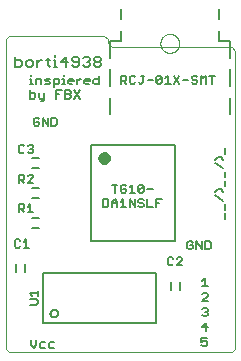
<source format=gto>
G75*
%MOIN*%
%OFA0B0*%
%FSLAX25Y25*%
%IPPOS*%
%LPD*%
%AMOC8*
5,1,8,0,0,1.08239X$1,22.5*
%
%ADD10C,0.00000*%
%ADD11C,0.00500*%
%ADD12C,0.00600*%
%ADD13C,0.00800*%
%ADD14C,0.02100*%
D10*
X0008237Y0004725D02*
X0009487Y0003475D01*
X0083549Y0003475D01*
X0084799Y0004725D01*
X0084799Y0104100D01*
X0083549Y0105350D01*
X0043549Y0105350D01*
X0042299Y0106600D01*
X0042299Y0107850D01*
X0041049Y0109100D01*
X0009487Y0109100D01*
X0008237Y0107850D01*
X0008237Y0004725D01*
X0059774Y0106472D02*
X0059776Y0106584D01*
X0059782Y0106695D01*
X0059792Y0106807D01*
X0059806Y0106918D01*
X0059823Y0107028D01*
X0059845Y0107138D01*
X0059871Y0107247D01*
X0059900Y0107355D01*
X0059933Y0107461D01*
X0059970Y0107567D01*
X0060011Y0107671D01*
X0060056Y0107774D01*
X0060104Y0107875D01*
X0060155Y0107974D01*
X0060210Y0108071D01*
X0060269Y0108166D01*
X0060330Y0108260D01*
X0060395Y0108351D01*
X0060464Y0108439D01*
X0060535Y0108525D01*
X0060609Y0108609D01*
X0060687Y0108689D01*
X0060767Y0108767D01*
X0060850Y0108843D01*
X0060935Y0108915D01*
X0061023Y0108984D01*
X0061113Y0109050D01*
X0061206Y0109112D01*
X0061301Y0109172D01*
X0061398Y0109228D01*
X0061496Y0109280D01*
X0061597Y0109329D01*
X0061699Y0109374D01*
X0061803Y0109416D01*
X0061908Y0109454D01*
X0062015Y0109488D01*
X0062122Y0109518D01*
X0062231Y0109545D01*
X0062340Y0109567D01*
X0062451Y0109586D01*
X0062561Y0109601D01*
X0062673Y0109612D01*
X0062784Y0109619D01*
X0062896Y0109622D01*
X0063008Y0109621D01*
X0063120Y0109616D01*
X0063231Y0109607D01*
X0063342Y0109594D01*
X0063453Y0109577D01*
X0063563Y0109557D01*
X0063672Y0109532D01*
X0063780Y0109504D01*
X0063887Y0109471D01*
X0063993Y0109435D01*
X0064097Y0109395D01*
X0064200Y0109352D01*
X0064302Y0109305D01*
X0064401Y0109254D01*
X0064499Y0109200D01*
X0064595Y0109142D01*
X0064689Y0109081D01*
X0064780Y0109017D01*
X0064869Y0108950D01*
X0064956Y0108879D01*
X0065040Y0108805D01*
X0065122Y0108729D01*
X0065200Y0108649D01*
X0065276Y0108567D01*
X0065349Y0108482D01*
X0065419Y0108395D01*
X0065485Y0108305D01*
X0065549Y0108213D01*
X0065609Y0108119D01*
X0065666Y0108023D01*
X0065719Y0107924D01*
X0065769Y0107824D01*
X0065815Y0107723D01*
X0065858Y0107619D01*
X0065897Y0107514D01*
X0065932Y0107408D01*
X0065963Y0107301D01*
X0065991Y0107192D01*
X0066014Y0107083D01*
X0066034Y0106973D01*
X0066050Y0106862D01*
X0066062Y0106751D01*
X0066070Y0106640D01*
X0066074Y0106528D01*
X0066074Y0106416D01*
X0066070Y0106304D01*
X0066062Y0106193D01*
X0066050Y0106082D01*
X0066034Y0105971D01*
X0066014Y0105861D01*
X0065991Y0105752D01*
X0065963Y0105643D01*
X0065932Y0105536D01*
X0065897Y0105430D01*
X0065858Y0105325D01*
X0065815Y0105221D01*
X0065769Y0105120D01*
X0065719Y0105020D01*
X0065666Y0104921D01*
X0065609Y0104825D01*
X0065549Y0104731D01*
X0065485Y0104639D01*
X0065419Y0104549D01*
X0065349Y0104462D01*
X0065276Y0104377D01*
X0065200Y0104295D01*
X0065122Y0104215D01*
X0065040Y0104139D01*
X0064956Y0104065D01*
X0064869Y0103994D01*
X0064780Y0103927D01*
X0064689Y0103863D01*
X0064595Y0103802D01*
X0064499Y0103744D01*
X0064401Y0103690D01*
X0064302Y0103639D01*
X0064200Y0103592D01*
X0064097Y0103549D01*
X0063993Y0103509D01*
X0063887Y0103473D01*
X0063780Y0103440D01*
X0063672Y0103412D01*
X0063563Y0103387D01*
X0063453Y0103367D01*
X0063342Y0103350D01*
X0063231Y0103337D01*
X0063120Y0103328D01*
X0063008Y0103323D01*
X0062896Y0103322D01*
X0062784Y0103325D01*
X0062673Y0103332D01*
X0062561Y0103343D01*
X0062451Y0103358D01*
X0062340Y0103377D01*
X0062231Y0103399D01*
X0062122Y0103426D01*
X0062015Y0103456D01*
X0061908Y0103490D01*
X0061803Y0103528D01*
X0061699Y0103570D01*
X0061597Y0103615D01*
X0061496Y0103664D01*
X0061398Y0103716D01*
X0061301Y0103772D01*
X0061206Y0103832D01*
X0061113Y0103894D01*
X0061023Y0103960D01*
X0060935Y0104029D01*
X0060850Y0104101D01*
X0060767Y0104177D01*
X0060687Y0104255D01*
X0060609Y0104335D01*
X0060535Y0104419D01*
X0060464Y0104505D01*
X0060395Y0104593D01*
X0060330Y0104684D01*
X0060269Y0104778D01*
X0060210Y0104873D01*
X0060155Y0104970D01*
X0060104Y0105069D01*
X0060056Y0105170D01*
X0060011Y0105273D01*
X0059970Y0105377D01*
X0059933Y0105483D01*
X0059900Y0105589D01*
X0059871Y0105697D01*
X0059845Y0105806D01*
X0059823Y0105916D01*
X0059806Y0106026D01*
X0059792Y0106137D01*
X0059782Y0106249D01*
X0059776Y0106360D01*
X0059774Y0106472D01*
D11*
X0059793Y0095765D02*
X0058893Y0095765D01*
X0058442Y0095314D01*
X0058442Y0093513D01*
X0060244Y0095314D01*
X0060244Y0093513D01*
X0059793Y0093062D01*
X0058893Y0093062D01*
X0058442Y0093513D01*
X0057297Y0094414D02*
X0055496Y0094414D01*
X0054351Y0095765D02*
X0053450Y0095765D01*
X0053900Y0095765D02*
X0053900Y0093513D01*
X0053450Y0093062D01*
X0052999Y0093062D01*
X0052549Y0093513D01*
X0051404Y0093513D02*
X0050954Y0093062D01*
X0050053Y0093062D01*
X0049603Y0093513D01*
X0049603Y0095314D01*
X0050053Y0095765D01*
X0050954Y0095765D01*
X0051404Y0095314D01*
X0048458Y0095314D02*
X0048458Y0094414D01*
X0048007Y0093963D01*
X0046656Y0093963D01*
X0046656Y0093062D02*
X0046656Y0095765D01*
X0048007Y0095765D01*
X0048458Y0095314D01*
X0047557Y0093963D02*
X0048458Y0093062D01*
X0039218Y0092900D02*
X0037866Y0092900D01*
X0037416Y0093350D01*
X0037416Y0094251D01*
X0037866Y0094702D01*
X0039218Y0094702D01*
X0039218Y0095602D02*
X0039218Y0092900D01*
X0036271Y0093801D02*
X0034470Y0093801D01*
X0034470Y0094251D02*
X0034470Y0093350D01*
X0034920Y0092900D01*
X0035821Y0092900D01*
X0036271Y0093801D02*
X0036271Y0094251D01*
X0035821Y0094702D01*
X0034920Y0094702D01*
X0034470Y0094251D01*
X0033365Y0094702D02*
X0032915Y0094702D01*
X0032014Y0093801D01*
X0032014Y0092900D02*
X0032014Y0094702D01*
X0030869Y0094251D02*
X0030869Y0093801D01*
X0029068Y0093801D01*
X0029068Y0094251D02*
X0029068Y0093350D01*
X0029518Y0092900D01*
X0030419Y0092900D01*
X0031032Y0090802D02*
X0032834Y0088100D01*
X0031032Y0088100D02*
X0032834Y0090802D01*
X0029887Y0090352D02*
X0029887Y0089902D01*
X0029437Y0089451D01*
X0028085Y0089451D01*
X0028085Y0088100D02*
X0028085Y0090802D01*
X0029437Y0090802D01*
X0029887Y0090352D01*
X0029437Y0089451D02*
X0029887Y0089001D01*
X0029887Y0088550D01*
X0029437Y0088100D01*
X0028085Y0088100D01*
X0026040Y0089451D02*
X0025139Y0089451D01*
X0025139Y0088100D02*
X0025139Y0090802D01*
X0026941Y0090802D01*
X0027103Y0092900D02*
X0028004Y0092900D01*
X0027554Y0092900D02*
X0027554Y0094702D01*
X0027103Y0094702D01*
X0027554Y0095602D02*
X0027554Y0096053D01*
X0029068Y0094251D02*
X0029518Y0094702D01*
X0030419Y0094702D01*
X0030869Y0094251D01*
X0025958Y0094251D02*
X0025958Y0093350D01*
X0025508Y0092900D01*
X0024157Y0092900D01*
X0024157Y0091999D02*
X0024157Y0094702D01*
X0025508Y0094702D01*
X0025958Y0094251D01*
X0023012Y0094702D02*
X0021661Y0094702D01*
X0021210Y0094251D01*
X0021661Y0093801D01*
X0022561Y0093801D01*
X0023012Y0093350D01*
X0022561Y0092900D01*
X0021210Y0092900D01*
X0020065Y0092900D02*
X0020065Y0094251D01*
X0019615Y0094702D01*
X0018264Y0094702D01*
X0018264Y0092900D01*
X0017200Y0092900D02*
X0016299Y0092900D01*
X0016750Y0092900D02*
X0016750Y0094702D01*
X0016299Y0094702D01*
X0016750Y0095602D02*
X0016750Y0096053D01*
X0016299Y0090802D02*
X0016299Y0088100D01*
X0017651Y0088100D01*
X0018101Y0088550D01*
X0018101Y0089451D01*
X0017651Y0089902D01*
X0016299Y0089902D01*
X0019246Y0089902D02*
X0019246Y0088550D01*
X0019696Y0088100D01*
X0021047Y0088100D01*
X0021047Y0087650D02*
X0020597Y0087199D01*
X0020147Y0087199D01*
X0021047Y0087650D02*
X0021047Y0089902D01*
X0020496Y0081740D02*
X0022297Y0079038D01*
X0022297Y0081740D01*
X0020496Y0081740D02*
X0020496Y0079038D01*
X0019351Y0079488D02*
X0019351Y0080389D01*
X0018450Y0080389D01*
X0017549Y0081289D02*
X0017549Y0079488D01*
X0018000Y0079038D01*
X0018901Y0079038D01*
X0019351Y0079488D01*
X0019351Y0081289D02*
X0018901Y0081740D01*
X0018000Y0081740D01*
X0017549Y0081289D01*
X0023442Y0081740D02*
X0023442Y0079038D01*
X0024794Y0079038D01*
X0025244Y0079488D01*
X0025244Y0081289D01*
X0024794Y0081740D01*
X0023442Y0081740D01*
X0016847Y0072677D02*
X0015946Y0072677D01*
X0015496Y0072227D01*
X0014351Y0072227D02*
X0013901Y0072677D01*
X0013000Y0072677D01*
X0012549Y0072227D01*
X0012549Y0070425D01*
X0013000Y0069975D01*
X0013901Y0069975D01*
X0014351Y0070425D01*
X0015496Y0070425D02*
X0015946Y0069975D01*
X0016847Y0069975D01*
X0017297Y0070425D01*
X0017297Y0070876D01*
X0016847Y0071326D01*
X0016397Y0071326D01*
X0016847Y0071326D02*
X0017297Y0071777D01*
X0017297Y0072227D01*
X0016847Y0072677D01*
X0016847Y0062677D02*
X0015946Y0062677D01*
X0015496Y0062227D01*
X0014351Y0062227D02*
X0014351Y0061326D01*
X0013901Y0060876D01*
X0012549Y0060876D01*
X0012549Y0059975D02*
X0012549Y0062677D01*
X0013901Y0062677D01*
X0014351Y0062227D01*
X0013450Y0060876D02*
X0014351Y0059975D01*
X0015496Y0059975D02*
X0017297Y0061777D01*
X0017297Y0062227D01*
X0016847Y0062677D01*
X0017297Y0059975D02*
X0015496Y0059975D01*
X0016397Y0052990D02*
X0016397Y0050287D01*
X0017297Y0050287D02*
X0015496Y0050287D01*
X0014351Y0050287D02*
X0013450Y0051188D01*
X0013901Y0051188D02*
X0012549Y0051188D01*
X0012549Y0050287D02*
X0012549Y0052990D01*
X0013901Y0052990D01*
X0014351Y0052539D01*
X0014351Y0051639D01*
X0013901Y0051188D01*
X0015496Y0052089D02*
X0016397Y0052990D01*
X0015147Y0041115D02*
X0015147Y0038413D01*
X0016047Y0038413D02*
X0014246Y0038413D01*
X0013101Y0038863D02*
X0012651Y0038413D01*
X0011750Y0038413D01*
X0011299Y0038863D01*
X0011299Y0040664D01*
X0011750Y0041115D01*
X0012651Y0041115D01*
X0013101Y0040664D01*
X0014246Y0040214D02*
X0015147Y0041115D01*
X0018924Y0024098D02*
X0018924Y0022297D01*
X0018924Y0023197D02*
X0016222Y0023197D01*
X0017123Y0022297D01*
X0016222Y0021152D02*
X0018474Y0021152D01*
X0018924Y0020701D01*
X0018924Y0019800D01*
X0018474Y0019350D01*
X0016222Y0019350D01*
X0016612Y0007677D02*
X0016612Y0005876D01*
X0017513Y0004975D01*
X0018413Y0005876D01*
X0018413Y0007677D01*
X0019558Y0006326D02*
X0019558Y0005425D01*
X0020009Y0004975D01*
X0021360Y0004975D01*
X0021360Y0006777D02*
X0020009Y0006777D01*
X0019558Y0006326D01*
X0022505Y0006326D02*
X0022505Y0005425D01*
X0022955Y0004975D01*
X0024306Y0004975D01*
X0024306Y0006777D02*
X0022955Y0006777D01*
X0022505Y0006326D01*
X0036737Y0040600D02*
X0036737Y0072600D01*
X0064737Y0072600D01*
X0064737Y0040600D01*
X0036737Y0040600D01*
X0040674Y0051912D02*
X0042025Y0051912D01*
X0042476Y0052363D01*
X0042476Y0054164D01*
X0042025Y0054615D01*
X0040674Y0054615D01*
X0040674Y0051912D01*
X0043621Y0051912D02*
X0043621Y0053714D01*
X0044521Y0054615D01*
X0045422Y0053714D01*
X0045422Y0051912D01*
X0045422Y0053264D02*
X0043621Y0053264D01*
X0044521Y0056712D02*
X0044521Y0059415D01*
X0043621Y0059415D02*
X0045422Y0059415D01*
X0046567Y0058964D02*
X0046567Y0057163D01*
X0047018Y0056712D01*
X0047918Y0056712D01*
X0048369Y0057163D01*
X0048369Y0058064D01*
X0047468Y0058064D01*
X0048369Y0058964D02*
X0047918Y0059415D01*
X0047018Y0059415D01*
X0046567Y0058964D01*
X0049514Y0058514D02*
X0050414Y0059415D01*
X0050414Y0056712D01*
X0049514Y0056712D02*
X0051315Y0056712D01*
X0052460Y0057163D02*
X0054262Y0058964D01*
X0054262Y0057163D01*
X0053811Y0056712D01*
X0052911Y0056712D01*
X0052460Y0057163D01*
X0052460Y0058964D01*
X0052911Y0059415D01*
X0053811Y0059415D01*
X0054262Y0058964D01*
X0055407Y0058064D02*
X0057208Y0058064D01*
X0058353Y0054615D02*
X0060155Y0054615D01*
X0059254Y0053264D02*
X0058353Y0053264D01*
X0058353Y0054615D02*
X0058353Y0051912D01*
X0057208Y0051912D02*
X0055407Y0051912D01*
X0055407Y0054615D01*
X0054262Y0054164D02*
X0053811Y0054615D01*
X0052911Y0054615D01*
X0052460Y0054164D01*
X0052460Y0053714D01*
X0052911Y0053264D01*
X0053811Y0053264D01*
X0054262Y0052813D01*
X0054262Y0052363D01*
X0053811Y0051912D01*
X0052911Y0051912D01*
X0052460Y0052363D01*
X0051315Y0051912D02*
X0051315Y0054615D01*
X0049514Y0054615D02*
X0049514Y0051912D01*
X0048369Y0051912D02*
X0046567Y0051912D01*
X0047468Y0051912D02*
X0047468Y0054615D01*
X0046567Y0053714D01*
X0049514Y0054615D02*
X0051315Y0051912D01*
X0062687Y0035177D02*
X0062237Y0034727D01*
X0062237Y0032925D01*
X0062687Y0032475D01*
X0063588Y0032475D01*
X0064038Y0032925D01*
X0065183Y0032475D02*
X0066985Y0034277D01*
X0066985Y0034727D01*
X0066535Y0035177D01*
X0065634Y0035177D01*
X0065183Y0034727D01*
X0064038Y0034727D02*
X0063588Y0035177D01*
X0062687Y0035177D01*
X0065183Y0032475D02*
X0066985Y0032475D01*
X0069250Y0037788D02*
X0070151Y0037788D01*
X0070601Y0038238D01*
X0070601Y0039139D01*
X0069700Y0039139D01*
X0068799Y0040039D02*
X0068799Y0038238D01*
X0069250Y0037788D01*
X0068799Y0040039D02*
X0069250Y0040490D01*
X0070151Y0040490D01*
X0070601Y0040039D01*
X0071746Y0040490D02*
X0071746Y0037788D01*
X0073547Y0037788D02*
X0071746Y0040490D01*
X0073547Y0040490D02*
X0073547Y0037788D01*
X0074692Y0037788D02*
X0076044Y0037788D01*
X0076494Y0038238D01*
X0076494Y0040039D01*
X0076044Y0040490D01*
X0074692Y0040490D01*
X0074692Y0037788D01*
X0074700Y0028302D02*
X0074700Y0025600D01*
X0073799Y0025600D02*
X0075601Y0025600D01*
X0075151Y0023302D02*
X0074250Y0023302D01*
X0073799Y0022852D01*
X0075151Y0023302D02*
X0075601Y0022852D01*
X0075601Y0022402D01*
X0073799Y0020600D01*
X0075601Y0020600D01*
X0075151Y0018302D02*
X0074250Y0018302D01*
X0073799Y0017852D01*
X0074700Y0016951D02*
X0075151Y0016951D01*
X0075601Y0016501D01*
X0075601Y0016050D01*
X0075151Y0015600D01*
X0074250Y0015600D01*
X0073799Y0016050D01*
X0075151Y0016951D02*
X0075601Y0017402D01*
X0075601Y0017852D01*
X0075151Y0018302D01*
X0075151Y0013302D02*
X0073799Y0011951D01*
X0075601Y0011951D01*
X0075151Y0010600D02*
X0075151Y0013302D01*
X0075288Y0008302D02*
X0073487Y0008302D01*
X0073487Y0006951D01*
X0074388Y0007402D01*
X0074838Y0007402D01*
X0075288Y0006951D01*
X0075288Y0006050D01*
X0074838Y0005600D01*
X0073937Y0005600D01*
X0073487Y0006050D01*
X0073799Y0027402D02*
X0074700Y0028302D01*
X0081250Y0048100D02*
X0081250Y0049902D01*
X0081250Y0051047D02*
X0081250Y0052848D01*
X0080799Y0053993D02*
X0078097Y0055795D01*
X0078097Y0056940D02*
X0078998Y0057840D01*
X0079899Y0057840D01*
X0080799Y0056940D01*
X0081250Y0058904D02*
X0081250Y0060705D01*
X0081250Y0061850D02*
X0081250Y0063652D01*
X0080799Y0064797D02*
X0078097Y0066598D01*
X0078097Y0067743D02*
X0078998Y0068644D01*
X0079899Y0068644D01*
X0080799Y0067743D01*
X0081250Y0069708D02*
X0081250Y0071509D01*
X0077022Y0093062D02*
X0077022Y0095765D01*
X0076121Y0095765D02*
X0077923Y0095765D01*
X0074976Y0095765D02*
X0074976Y0093062D01*
X0074075Y0094864D02*
X0074976Y0095765D01*
X0074075Y0094864D02*
X0073175Y0095765D01*
X0073175Y0093062D01*
X0072030Y0093513D02*
X0071579Y0093062D01*
X0070679Y0093062D01*
X0070228Y0093513D01*
X0070679Y0094414D02*
X0071579Y0094414D01*
X0072030Y0093963D01*
X0072030Y0093513D01*
X0072030Y0095314D02*
X0071579Y0095765D01*
X0070679Y0095765D01*
X0070228Y0095314D01*
X0070228Y0094864D01*
X0070679Y0094414D01*
X0069083Y0094414D02*
X0067282Y0094414D01*
X0066137Y0095765D02*
X0064335Y0093062D01*
X0063190Y0093062D02*
X0061389Y0093062D01*
X0062289Y0093062D02*
X0062289Y0095765D01*
X0061389Y0094864D01*
X0060244Y0095314D02*
X0059793Y0095765D01*
X0064335Y0095765D02*
X0066137Y0093062D01*
D12*
X0079263Y0107259D02*
X0079263Y0110586D01*
X0079263Y0107259D02*
X0082924Y0107259D01*
X0082924Y0101748D01*
X0082924Y0097811D02*
X0082924Y0092299D01*
X0082924Y0088362D02*
X0082924Y0082850D01*
X0079263Y0114523D02*
X0079263Y0117850D01*
X0046586Y0117850D02*
X0046586Y0114523D01*
X0046586Y0110586D02*
X0046586Y0107259D01*
X0042924Y0107259D01*
X0042924Y0101748D01*
X0042924Y0097811D02*
X0042924Y0092299D01*
X0042924Y0088362D02*
X0042924Y0082850D01*
X0039407Y0098650D02*
X0038273Y0098650D01*
X0037706Y0099217D01*
X0037706Y0099784D01*
X0038273Y0100351D01*
X0039407Y0100351D01*
X0039974Y0099784D01*
X0039974Y0099217D01*
X0039407Y0098650D01*
X0039407Y0100351D02*
X0039974Y0100919D01*
X0039974Y0101486D01*
X0039407Y0102053D01*
X0038273Y0102053D01*
X0037706Y0101486D01*
X0037706Y0100919D01*
X0038273Y0100351D01*
X0036291Y0099784D02*
X0036291Y0099217D01*
X0035724Y0098650D01*
X0034590Y0098650D01*
X0034023Y0099217D01*
X0032608Y0099217D02*
X0032608Y0101486D01*
X0032041Y0102053D01*
X0030907Y0102053D01*
X0030339Y0101486D01*
X0030339Y0100919D01*
X0030907Y0100351D01*
X0032608Y0100351D01*
X0032608Y0099217D02*
X0032041Y0098650D01*
X0030907Y0098650D01*
X0030339Y0099217D01*
X0028925Y0100351D02*
X0026656Y0100351D01*
X0028358Y0102053D01*
X0028358Y0098650D01*
X0025335Y0098650D02*
X0024201Y0098650D01*
X0024768Y0098650D02*
X0024768Y0100919D01*
X0024201Y0100919D01*
X0024768Y0102053D02*
X0024768Y0102620D01*
X0022880Y0100919D02*
X0021745Y0100919D01*
X0022313Y0101486D02*
X0022313Y0099217D01*
X0022880Y0098650D01*
X0020378Y0100919D02*
X0019810Y0100919D01*
X0018676Y0099784D01*
X0018676Y0098650D02*
X0018676Y0100919D01*
X0017262Y0100351D02*
X0017262Y0099217D01*
X0016694Y0098650D01*
X0015560Y0098650D01*
X0014993Y0099217D01*
X0014993Y0100351D01*
X0015560Y0100919D01*
X0016694Y0100919D01*
X0017262Y0100351D01*
X0013578Y0100351D02*
X0013578Y0099217D01*
X0013011Y0098650D01*
X0011310Y0098650D01*
X0011310Y0102053D01*
X0011310Y0100919D02*
X0013011Y0100919D01*
X0013578Y0100351D01*
X0034023Y0101486D02*
X0034590Y0102053D01*
X0035724Y0102053D01*
X0036291Y0101486D01*
X0036291Y0100919D01*
X0035724Y0100351D01*
X0036291Y0099784D01*
X0035724Y0100351D02*
X0035157Y0100351D01*
X0019487Y0068163D02*
X0016987Y0068163D01*
X0016987Y0065037D02*
X0019487Y0065037D01*
X0019487Y0058162D02*
X0016987Y0058162D01*
X0016987Y0055037D02*
X0019487Y0055037D01*
X0019487Y0048162D02*
X0016987Y0048162D01*
X0016987Y0045037D02*
X0019487Y0045037D01*
X0014799Y0032850D02*
X0014799Y0030350D01*
X0011674Y0030350D02*
X0011674Y0032850D01*
X0063237Y0026912D02*
X0063237Y0024412D01*
X0066362Y0024412D02*
X0066362Y0026912D01*
D13*
X0058385Y0030065D02*
X0058385Y0013135D01*
X0020589Y0013135D01*
X0020589Y0030065D01*
X0058385Y0030065D01*
X0023148Y0016482D02*
X0023150Y0016553D01*
X0023156Y0016624D01*
X0023166Y0016695D01*
X0023180Y0016764D01*
X0023197Y0016833D01*
X0023219Y0016901D01*
X0023244Y0016968D01*
X0023273Y0017033D01*
X0023305Y0017096D01*
X0023341Y0017158D01*
X0023380Y0017217D01*
X0023423Y0017274D01*
X0023468Y0017329D01*
X0023517Y0017381D01*
X0023568Y0017430D01*
X0023622Y0017476D01*
X0023679Y0017520D01*
X0023737Y0017560D01*
X0023798Y0017596D01*
X0023861Y0017630D01*
X0023926Y0017659D01*
X0023992Y0017685D01*
X0024060Y0017708D01*
X0024128Y0017726D01*
X0024198Y0017741D01*
X0024268Y0017752D01*
X0024339Y0017759D01*
X0024410Y0017762D01*
X0024481Y0017761D01*
X0024552Y0017756D01*
X0024623Y0017747D01*
X0024693Y0017734D01*
X0024762Y0017718D01*
X0024830Y0017697D01*
X0024897Y0017673D01*
X0024963Y0017645D01*
X0025026Y0017613D01*
X0025088Y0017578D01*
X0025148Y0017540D01*
X0025206Y0017498D01*
X0025261Y0017454D01*
X0025314Y0017406D01*
X0025364Y0017355D01*
X0025411Y0017302D01*
X0025455Y0017246D01*
X0025496Y0017188D01*
X0025534Y0017127D01*
X0025568Y0017065D01*
X0025598Y0017000D01*
X0025625Y0016935D01*
X0025649Y0016867D01*
X0025668Y0016799D01*
X0025684Y0016730D01*
X0025696Y0016659D01*
X0025704Y0016589D01*
X0025708Y0016518D01*
X0025708Y0016446D01*
X0025704Y0016375D01*
X0025696Y0016305D01*
X0025684Y0016234D01*
X0025668Y0016165D01*
X0025649Y0016097D01*
X0025625Y0016029D01*
X0025598Y0015964D01*
X0025568Y0015899D01*
X0025534Y0015837D01*
X0025496Y0015776D01*
X0025455Y0015718D01*
X0025411Y0015662D01*
X0025364Y0015609D01*
X0025314Y0015558D01*
X0025261Y0015510D01*
X0025206Y0015466D01*
X0025148Y0015424D01*
X0025088Y0015386D01*
X0025026Y0015351D01*
X0024963Y0015319D01*
X0024897Y0015291D01*
X0024830Y0015267D01*
X0024762Y0015246D01*
X0024693Y0015230D01*
X0024623Y0015217D01*
X0024552Y0015208D01*
X0024481Y0015203D01*
X0024410Y0015202D01*
X0024339Y0015205D01*
X0024268Y0015212D01*
X0024198Y0015223D01*
X0024128Y0015238D01*
X0024060Y0015256D01*
X0023992Y0015279D01*
X0023926Y0015305D01*
X0023861Y0015334D01*
X0023798Y0015368D01*
X0023737Y0015404D01*
X0023679Y0015444D01*
X0023622Y0015488D01*
X0023568Y0015534D01*
X0023517Y0015583D01*
X0023468Y0015635D01*
X0023423Y0015690D01*
X0023380Y0015747D01*
X0023341Y0015806D01*
X0023305Y0015868D01*
X0023273Y0015931D01*
X0023244Y0015996D01*
X0023219Y0016063D01*
X0023197Y0016131D01*
X0023180Y0016200D01*
X0023166Y0016269D01*
X0023156Y0016340D01*
X0023150Y0016411D01*
X0023148Y0016482D01*
D14*
X0040137Y0068100D02*
X0040139Y0068166D01*
X0040145Y0068231D01*
X0040155Y0068296D01*
X0040168Y0068361D01*
X0040186Y0068424D01*
X0040207Y0068487D01*
X0040232Y0068547D01*
X0040261Y0068607D01*
X0040293Y0068664D01*
X0040328Y0068720D01*
X0040367Y0068773D01*
X0040409Y0068824D01*
X0040453Y0068872D01*
X0040501Y0068917D01*
X0040551Y0068960D01*
X0040604Y0068999D01*
X0040659Y0069036D01*
X0040716Y0069069D01*
X0040775Y0069098D01*
X0040835Y0069124D01*
X0040897Y0069146D01*
X0040960Y0069165D01*
X0041024Y0069179D01*
X0041089Y0069190D01*
X0041155Y0069197D01*
X0041221Y0069200D01*
X0041286Y0069199D01*
X0041352Y0069194D01*
X0041417Y0069185D01*
X0041482Y0069172D01*
X0041545Y0069156D01*
X0041608Y0069136D01*
X0041669Y0069111D01*
X0041729Y0069084D01*
X0041787Y0069053D01*
X0041843Y0069018D01*
X0041897Y0068980D01*
X0041948Y0068939D01*
X0041997Y0068895D01*
X0042043Y0068848D01*
X0042087Y0068799D01*
X0042127Y0068747D01*
X0042164Y0068692D01*
X0042198Y0068636D01*
X0042228Y0068577D01*
X0042255Y0068517D01*
X0042278Y0068456D01*
X0042297Y0068393D01*
X0042313Y0068329D01*
X0042325Y0068264D01*
X0042333Y0068199D01*
X0042337Y0068133D01*
X0042337Y0068067D01*
X0042333Y0068001D01*
X0042325Y0067936D01*
X0042313Y0067871D01*
X0042297Y0067807D01*
X0042278Y0067744D01*
X0042255Y0067683D01*
X0042228Y0067623D01*
X0042198Y0067564D01*
X0042164Y0067508D01*
X0042127Y0067453D01*
X0042087Y0067401D01*
X0042043Y0067352D01*
X0041997Y0067305D01*
X0041948Y0067261D01*
X0041897Y0067220D01*
X0041843Y0067182D01*
X0041787Y0067147D01*
X0041729Y0067116D01*
X0041669Y0067089D01*
X0041608Y0067064D01*
X0041545Y0067044D01*
X0041482Y0067028D01*
X0041417Y0067015D01*
X0041352Y0067006D01*
X0041286Y0067001D01*
X0041221Y0067000D01*
X0041155Y0067003D01*
X0041089Y0067010D01*
X0041024Y0067021D01*
X0040960Y0067035D01*
X0040897Y0067054D01*
X0040835Y0067076D01*
X0040775Y0067102D01*
X0040716Y0067131D01*
X0040659Y0067164D01*
X0040604Y0067201D01*
X0040551Y0067240D01*
X0040501Y0067283D01*
X0040453Y0067328D01*
X0040409Y0067376D01*
X0040367Y0067427D01*
X0040328Y0067480D01*
X0040293Y0067536D01*
X0040261Y0067593D01*
X0040232Y0067653D01*
X0040207Y0067713D01*
X0040186Y0067776D01*
X0040168Y0067839D01*
X0040155Y0067904D01*
X0040145Y0067969D01*
X0040139Y0068034D01*
X0040137Y0068100D01*
M02*

</source>
